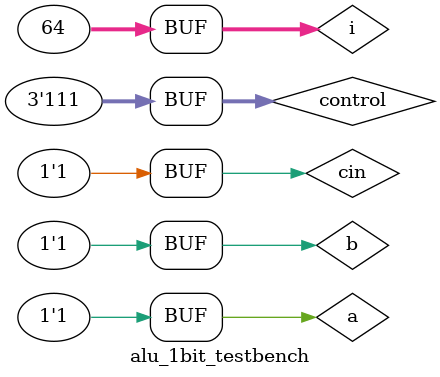
<source format=sv>
`timescale 1ns/10ps
module alu_1bit(a, b, cin, cout, out, control);
	input a, b, cin; //Bus A, Bus B, carry in
	input [2:0] control; //control signal
	output cout, out; //carry out, output
	
	// wire [1:0] carryOut; // all carry outs {Why have [1:0] carryOut wire?}
	
	wire complement, computation, notb, complementb, temp;
	wire [7:0] results; // all resulting operations
	
	// 000 b
	assign results[0] = b;
	
	// 010 a+b and 011 a-b implemented with full adder and 2:1 mux 
	not TheNotGate0 (notb, b); // Inverts b as 1 input to 2:1 mux  
	// Full_Adder bcomplement(.s(complementb), .c(coutComplement), .in({complementb, 1}))
	
	mux2_1 addorsub(.a(b), .b(notb), .out(complement), .sel(control[0])); // 2:1 mux to determine whether addition or subtraction
	
	Full_Adder addsub(.in({a,complement}), .cin(cin), .s(computation), .cout(cout));  // Full adder performs addition
	assign results[2] = computation;
	assign results[3] = computation;
	
	// 100 a&b
	and #0.05 aANDb(results[4], a, b);
	
	// 101 a|b
	or #0.05 aORb(results[5], a, b);
	
	// 110 a^b
	xor #0.05 xorGate(results[6], a, b);
	
	// Assign results[7] and results [1] don't care
	assign results[7] = 1'bx;
	assign results[1] = 1'bx;
	
	// 8:1 mux that determines what is outputted from the 1 bit slice ALU 
	mux8_1 outALU(.in(results), .out(out), .sel(control));
	
endmodule

// alu testbench module
module alu_1bit_testbench();
	reg a, b, cin; //Bus A, Bus B, carry in
	wire cout, out; //carry out, output
	reg [2:0] control; //control signal
	
	alu_1bit dut(.a, .b, .cin, .cout, .out, .control);
	
	integer i;
	initial begin
		for (i=0; i<2**6; i++) begin
			{a, b, cin, control[0], control[1], control[2]} = i; #10;
		end
	end
endmodule
</source>
